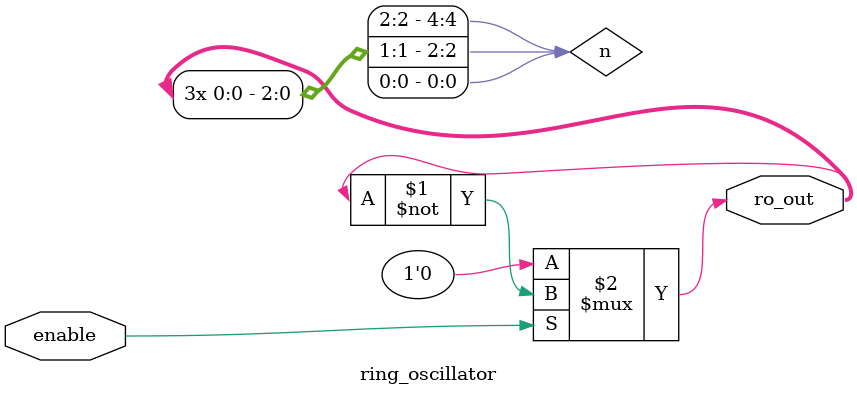
<source format=v>
module ring_oscillator #(
    parameter integer STAGES = 5  // must be odd
)(
    input  wire enable,
    output wire ro_out
);
    // Internal combinational loop
    (* KEEP = "TRUE", DONT_TOUCH = "TRUE" *) wire [STAGES-1:0] n;

    // Generate odd-length inverter chain
    genvar i;
    generate
        for (i = 0; i < STAGES; i = i + 1) begin : ro_chain
            if (i == 0) begin
                // First stage: feedback from last
                assign n[i] = enable ? ~n[STAGES-1] : 1'b0;
            end else begin
                assign n[i] = ~n[i-1];
            end
        end
    endgenerate

    assign ro_out = n[STAGES-1];
endmodule
</source>
